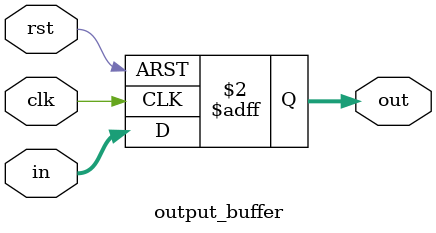
<source format=v>
`timescale 1ns / 1ps

module output_buffer (
    input  wire             clk,
    input wire              rst,
    input  wire signed [23:0] in,
    output reg  signed [23:0] out
);

    always @(posedge clk or posedge rst) begin
        if(rst)
            out <= 24'sd0;
        else
            out <= in;
    end

endmodule




</source>
